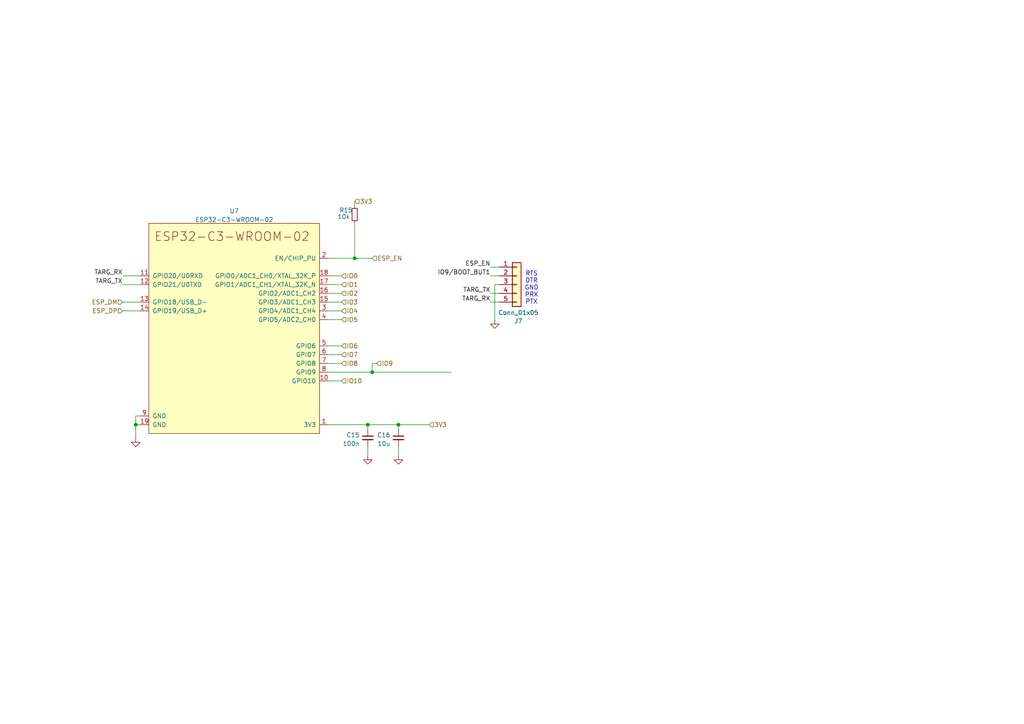
<source format=kicad_sch>
(kicad_sch (version 20231120) (generator "eeschema") (generator_version "8.0")
  (paper "A4")
  (lib_symbols
    (symbol "Connector_Generic:Conn_01x05" (pin_names (offset 1.016) hide)
      (property "Reference" "J" (at 0 7.62 0))
      (property "Value" "Conn_01x05" (at 0 -7.62 0))
      (symbol "Conn_01x05_1_1"
        (rectangle (start -1.27 -4.953) (end 0 -5.207) (stroke (width 0.1524)))
        (rectangle (start -1.27 -2.413) (end 0 -2.667) (stroke (width 0.1524)))
        (rectangle (start -1.27 0.127) (end 0 -0.127) (stroke (width 0.1524)))
        (rectangle (start -1.27 2.667) (end 0 2.413) (stroke (width 0.1524)))
        (rectangle (start -1.27 5.207) (end 0 4.953) (stroke (width 0.1524)))
        (rectangle (start -1.27 6.35) (end 1.27 -6.35) (stroke (width 0.254)) (fill (type background)))
        (pin passive line (at -5.08 5.08 0) (length 3.81) (name "Pin_1") (number "1"))
        (pin passive line (at -5.08 2.54 0) (length 3.81) (name "Pin_2") (number "2"))
        (pin passive line (at -5.08 0 0) (length 3.81) (name "Pin_3") (number "3"))
        (pin passive line (at -5.08 -2.54 0) (length 3.81) (name "Pin_4") (number "4"))
        (pin passive line (at -5.08 -5.08 0) (length 3.81) (name "Pin_5") (number "5"))
      )
    )
    (symbol "Device:C_Small" (pin_numbers hide) (pin_names (offset 0.254) hide)
      (property "Reference" "C" (at 0.254 1.778 0))
      (property "Value" "C_Small" (at 0.254 -2.032 0))
      (symbol "C_Small_0_1"
        (polyline (pts (xy -1.524 -0.508) (xy 1.524 -0.508)) (stroke (width 0.3302)))
        (polyline (pts (xy -1.524 0.508) (xy 1.524 0.508)) (stroke (width 0.3048)))
      )
      (symbol "C_Small_1_1"
        (pin passive line (at 0 2.54 270) (length 2.032) (name "~") (number "1"))
        (pin passive line (at 0 -2.54 90) (length 2.032) (name "~") (number "2"))
      )
    )
    (symbol "Device:R_Small" (pin_numbers hide) (pin_names (offset 0.254) hide)
      (property "Reference" "R" (at 0.762 0.508 0))
      (property "Value" "R_Small" (at 0.762 -1.016 0))
      (symbol "R_Small_0_1"
        (rectangle (start -0.762 1.778) (end 0.762 -1.778) (stroke (width 0.2032)))
      )
      (symbol "R_Small_1_1"
        (pin passive line (at 0 2.54 270) (length 0.762) (name "~") (number "1"))
        (pin passive line (at 0 -2.54 90) (length 0.762) (name "~") (number "2"))
      )
    )
    (symbol "Espressif:ESP32-C3-WROOM-02" (pin_names (offset 1.016))
      (property "Reference" "U" (at 0 33.02 0))
      (property "Value" "ESP32-C3-WROOM-02" (at 0 -30.48 0))
      (symbol "ESP32-C3-WROOM-02_0_0"
        (text "ESP32-C3-WROOM-02" (at 1.27 27.94 0) (effects (font (size 2.54 2.54))))
      )
      (symbol "ESP32-C3-WROOM-02_0_1"
        (rectangle (start -24.13 31.75) (end 25.4 -29.21) (fill (type background)))
      )
      (symbol "ESP32-C3-WROOM-02_1_1"
        (pin power_in line (at -26.67 -26.67 0) (length 2.54) (name "3V3") (number "1"))
        (pin bidirectional line (at -26.67 -13.97 0) (length 2.54) (name "GPIO10") (number "10"))
        (pin bidirectional line (at 27.94 16.51 180) (length 2.54) (name "GPIO20/U0RXD") (number "11"))
        (pin bidirectional line (at 27.94 13.97 180) (length 2.54) (name "GPIO21/U0TXD") (number "12"))
        (pin bidirectional line (at 27.94 8.89 180) (length 2.54) (name "GPIO18/USB_D-") (number "13"))
        (pin bidirectional line (at 27.94 6.35 180) (length 2.54) (name "GPIO19/USB_D+") (number "14"))
        (pin bidirectional line (at -26.67 8.89 0) (length 2.54) (name "GPIO3/ADC1_CH3") (number "15"))
        (pin bidirectional line (at -26.67 11.43 0) (length 2.54) (name "GPIO2/ADC1_CH2") (number "16"))
        (pin bidirectional line (at -26.67 13.97 0) (length 2.54) (name "GPIO1/ADC1_CH1/XTAL_32K_N") (number "17"))
        (pin bidirectional line (at -26.67 16.51 0) (length 2.54) (name "GPIO0/ADC1_CH0/XTAL_32K_P") (number "18"))
        (pin power_in line (at 27.94 -26.67 180) (length 2.54) (name "GND") (number "19"))
        (pin input line (at -26.67 21.59 0) (length 2.54) (name "EN/CHIP_PU") (number "2"))
        (pin bidirectional line (at -26.67 6.35 0) (length 2.54) (name "GPIO4/ADC1_CH4") (number "3"))
        (pin bidirectional line (at -26.67 3.81 0) (length 2.54) (name "GPIO5/ADC2_CH0") (number "4"))
        (pin bidirectional line (at -26.67 -3.81 0) (length 2.54) (name "GPIO6") (number "5"))
        (pin bidirectional line (at -26.67 -6.35 0) (length 2.54) (name "GPIO7") (number "6"))
        (pin bidirectional line (at -26.67 -8.89 0) (length 2.54) (name "GPIO8") (number "7"))
        (pin bidirectional line (at -26.67 -11.43 0) (length 2.54) (name "GPIO9") (number "8"))
        (pin power_in line (at 27.94 -24.13 180) (length 2.54) (name "GND") (number "9"))
      )
    )
    (symbol "power:GND" (power) (pin_names (offset 0))
      (property "Value" "GND" (at 0 -3.81 0))
      (symbol "GND_0_1"
        (polyline (pts (xy 0 0) (xy 0 -1.27) (xy 1.27 -1.27) (xy 0 -2.54) (xy -1.27 -1.27) (xy 0 -1.27)))
      )
      (symbol "GND_1_1"
        (pin power_in line (at 0 0 270) (length 0) hide (name "GND") (number "1"))
      )
    )
  )
  (junction (at 39.37 123.19))
  (junction (at 107.95 107.95))
  (junction (at 106.68 123.19))
  (junction (at 102.87 74.93))
  (junction (at 115.57 123.19))
  (wire (pts (xy 35.56 82.55) (xy 40.64 82.55)))
  (wire (pts (xy 143.51 82.55) (xy 143.51 92.71)))
  (wire (pts (xy 39.37 120.65) (xy 40.64 120.65)))
  (wire (pts (xy 99.06 105.41) (xy 95.25 105.41)))
  (wire (pts (xy 99.06 85.09) (xy 95.25 85.09)))
  (wire (pts (xy 109.22 105.41) (xy 107.95 105.41)))
  (wire (pts (xy 99.06 100.33) (xy 95.25 100.33)))
  (wire (pts (xy 106.68 123.19) (xy 106.68 124.46)))
  (wire (pts (xy 35.56 80.01) (xy 40.64 80.01)))
  (wire (pts (xy 39.37 123.19) (xy 40.64 123.19)))
  (wire (pts (xy 99.06 80.01) (xy 95.25 80.01)))
  (wire (pts (xy 102.87 64.77) (xy 102.87 74.93)))
  (wire (pts (xy 106.68 123.19) (xy 115.57 123.19)))
  (wire (pts (xy 115.57 129.54) (xy 115.57 132.08)))
  (wire (pts (xy 102.87 58.42) (xy 102.87 59.69)))
  (wire (pts (xy 115.57 123.19) (xy 124.46 123.19)))
  (wire (pts (xy 99.06 82.55) (xy 95.25 82.55)))
  (wire (pts (xy 142.24 87.63) (xy 144.78 87.63)))
  (wire (pts (xy 99.06 102.87) (xy 95.25 102.87)))
  (wire (pts (xy 99.06 110.49) (xy 95.25 110.49)))
  (wire (pts (xy 144.78 82.55) (xy 143.51 82.55)))
  (wire (pts (xy 99.06 92.71) (xy 95.25 92.71)))
  (wire (pts (xy 95.25 123.19) (xy 106.68 123.19)))
  (wire (pts (xy 115.57 123.19) (xy 115.57 124.46)))
  (wire (pts (xy 39.37 123.19) (xy 39.37 120.65)))
  (wire (pts (xy 95.25 107.95) (xy 107.95 107.95)))
  (wire (pts (xy 142.24 85.09) (xy 144.78 85.09)))
  (wire (pts (xy 99.06 87.63) (xy 95.25 87.63)))
  (wire (pts (xy 95.25 74.93) (xy 102.87 74.93)))
  (wire (pts (xy 35.56 87.63) (xy 40.64 87.63)))
  (wire (pts (xy 142.24 80.01) (xy 144.78 80.01)))
  (wire (pts (xy 106.68 129.54) (xy 106.68 132.08)))
  (wire (pts (xy 107.95 105.41) (xy 107.95 107.95)))
  (wire (pts (xy 39.37 127) (xy 39.37 123.19)))
  (wire (pts (xy 142.24 77.47) (xy 144.78 77.47)))
  (wire (pts (xy 107.95 107.95) (xy 130.81 107.95)))
  (wire (pts (xy 102.87 74.93) (xy 107.95 74.93)))
  (wire (pts (xy 35.56 90.17) (xy 40.64 90.17)))
  (wire (pts (xy 99.06 90.17) (xy 95.25 90.17)))
  (text "RTS\nDTR\nGND\nPRX\nPTX" (at 154.178 83.566 0) (effects (font (size 1.27 1.27))))
  (label "IO9{slash}BOOT_BUT1" (at 142.24 80.01 180))
  (label "TARG_TX" (at 35.56 82.55 180))
  (label "TARG_TX" (at 142.24 85.09 180))
  (label "TARG_RX" (at 142.24 87.63 180))
  (label "TARG_RX" (at 35.56 80.01 180))
  (label "ESP_EN" (at 142.24 77.47 180))
  (hierarchical_label "ESP_DM" (shape input) (at 35.56 87.63 180))
  (hierarchical_label "IO6" (shape input) (at 99.06 100.33 0))
  (hierarchical_label "3V3" (shape input) (at 102.87 58.42 0))
  (hierarchical_label "IO9" (shape input) (at 109.22 105.41 0))
  (hierarchical_label "ESP_EN" (shape input) (at 107.95 74.93 0))
  (hierarchical_label "IO3" (shape input) (at 99.06 87.63 0))
  (hierarchical_label "IO8" (shape input) (at 99.06 105.41 0))
  (hierarchical_label "ESP_DP" (shape input) (at 35.56 90.17 180))
  (hierarchical_label "IO0" (shape input) (at 99.06 80.01 0))
  (hierarchical_label "3V3" (shape input) (at 124.46 123.19 0))
  (hierarchical_label "IO5" (shape input) (at 99.06 92.71 0))
  (hierarchical_label "IO4" (shape input) (at 99.06 90.17 0))
  (hierarchical_label "IO7" (shape input) (at 99.06 102.87 0))
  (hierarchical_label "IO1" (shape input) (at 99.06 82.55 0))
  (hierarchical_label "IO2" (shape input) (at 99.06 85.09 0))
  (hierarchical_label "IO10" (shape input) (at 99.06 110.49 0))
  (symbol (lib_id "power:GND") (at 39.37 127 0) (unit 1)
    (property "Reference" "#PWR043" (effects (hide yes)))
    (property "Value" "GND" (effects (hide yes)))
  )
  (symbol (lib_id "power:GND") (at 106.68 132.08 0) (mirror y) (unit 1)
    (property "Reference" "#PWR044" (effects (hide yes)))
    (property "Value" "GND" (effects (hide yes)))
  )
  (symbol (lib_id "Espressif:ESP32-C3-WROOM-02") (at 68.58 96.52 0) (mirror y) (unit 1)
    (property "Reference" "U7" (at 67.945 61.1972 0))
    (property "Value" "ESP32-C3-WROOM-02" (at 67.945 63.7341 0))
    (property "Footprint" "Espressif:ESP32-C3-WROOM-02" (effects (hide yes)))
    (property "Datasheet" "https://www.espressif.com/sites/default/files/documentation/esp32-c3-wroom-02_datasheet_en.pdf" (effects (hide yes)))
    (property "LCSC" "DNP" (effects (hide yes)))
  )
  (symbol (lib_id "Device:C_Small") (at 115.57 127 0) (mirror y) (unit 1)
    (property "Reference" "C16" (at 113.2459 126.1716 0) (effects (justify left)))
    (property "Value" "10u" (at 113.2459 128.7085 0) (effects (justify left)))
    (property "Footprint" "Capacitor_SMD:C_0402_1005Metric" (effects (hide yes)))
    (property "LCSC" "C15525" (effects (hide yes)))
  )
  (symbol (lib_id "power:GND") (at 115.57 132.08 0) (mirror y) (unit 1)
    (property "Reference" "#PWR045" (effects (hide yes)))
    (property "Value" "GND" (effects (hide yes)))
  )
  (symbol (lib_id "Connector_Generic:Conn_01x05") (at 149.86 82.55 0) (unit 1)
    (property "Reference" "J7" (at 150.368 93.1023 0))
    (property "Value" "Conn_01x05" (at 150.368 90.678 0))
    (property "Footprint" "Connector_PinHeader_1.27mm:PinHeader_1x05_P1.27mm_Vertical" (effects (hide yes)))
    (property "Description" "Generic connector, single row, 01x05, script generated (kicad-library-utils/schlib/autogen/connector/)" (effects (hide yes)))
  )
  (symbol (lib_id "power:GND") (at 143.51 92.71 0) (unit 1)
    (property "Reference" "#PWR062" (effects (hide yes)))
    (property "Value" "GND" (effects (hide yes)))
  )
  (symbol (lib_id "Device:R_Small") (at 102.87 62.23 180) (unit 1)
    (property "Reference" "R15" (at 100.33 60.96 0))
    (property "Value" "10k" (at 99.695 62.865 0))
    (property "Footprint" "Resistor_SMD:R_0402_1005Metric" (effects (hide yes)))
    (property "LCSC" "C25744" (effects (hide yes)))
  )
  (symbol (lib_id "Device:C_Small") (at 106.68 127 0) (mirror y) (unit 1)
    (property "Reference" "C15" (at 104.3559 126.1716 0) (effects (justify left)))
    (property "Value" "100n" (at 104.3559 128.7085 0) (effects (justify left)))
    (property "Footprint" "Capacitor_SMD:C_0402_1005Metric" (effects (hide yes)))
    (property "LCSC" "C307331" (effects (hide yes)))
  )
)
</source>
